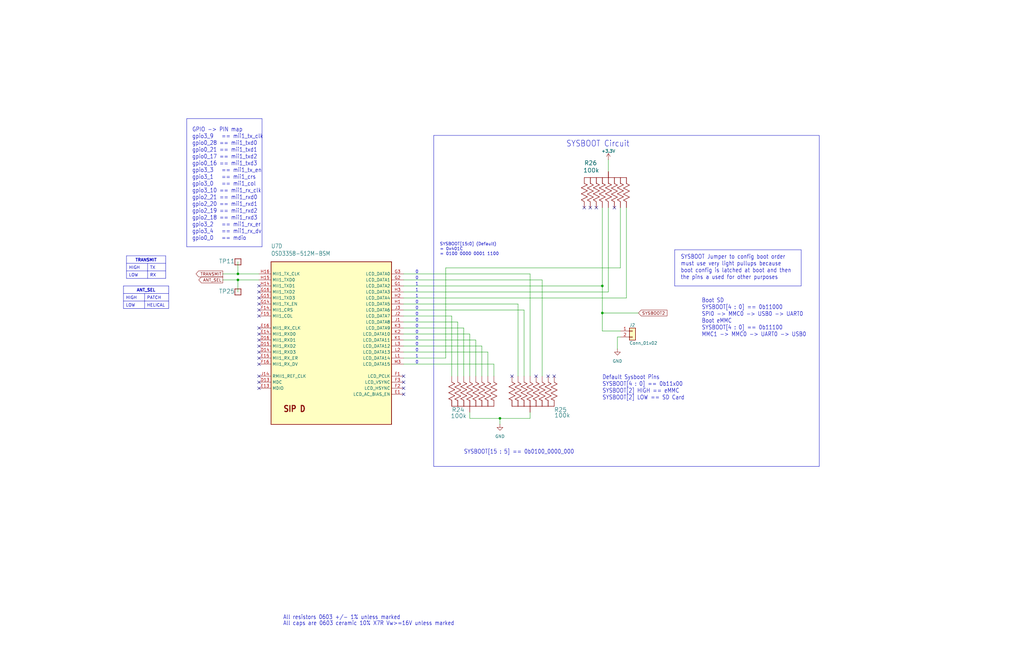
<source format=kicad_sch>
(kicad_sch (version 20250114) (generator "eeschema") (generator_version "9.0")
  (paper "B")
  (title_block (title "Oresat Live Card") (date "2025-09-15") (rev "2.1"))
  (lib_symbols
    (symbol "Connector_Generic:Conn_01x02" (pin_names (offset 1.016) (hide yes))
      (property "Reference" "J" (at 0 2.54 0))
      (property "Value" "Conn_01x02" (at 0 -5.08 0))
      (symbol "Conn_01x02_1_1"
        (pin passive line (at -5.08 0 0) (length 3.81) (name "Pin_1") (number "1"))
        (pin passive line (at -5.08 -2.54 0) (length 3.81) (name "Pin_2") (number "2"))
      )
    )
    (symbol "oresat-ics:OSD3358-512M-BSM"
      (property "Reference" "U" (at 0 87.63 0))
      (property "Value" "OSD3358-512M-BSM" (at 0 85.09 0))
      (symbol "OSD3358-512M-BSM_1_0"
        (text "GND to program EEPROM" (at -25.4 -71.12 0) (effects (font (size 1.27 1.0795)) (justify left bottom)))
        (text "SIP A" (at -20.32 17.78 0) (effects (font (size 2.54 2.159) (bold yes)) (justify left bottom)))
        (text "I2C0" (at -2.54 -60.96 900) (effects (font (size 2.54 2.159)) (justify left bottom)))
        (text "Connect together with pour" (at 5.08 -7.62 900) (effects (font (size 1.27 1.0795)) (justify left bottom)))
        (text "Connect together with pour" (at 5.08 -60.96 900) (effects (font (size 1.27 1.0795)) (justify left bottom)))
        (text "Reset" (at 5.08 -81.28 900) (effects (font (size 2.54 2.159)) (justify left bottom)))
        (text "Connect to either:\nSYS_VDD_1P8V or\nSYS_VDD3_3P3V" (at 8.89 -21.59 900) (effects (font (size 1.27 1.0795)) (justify bottom)))
        (pin power_in line (at -35.56 78.74 0) (length 5.08) (name "VIN_AC@1") (number "P10"))
        (pin power_in line (at -35.56 76.2 0) (length 5.08) (name "VIN_AC@2") (number "R10"))
        (pin power_in line (at -35.56 73.66 0) (length 5.08) (name "VIN_AC@3") (number "T10"))
        (pin power_in line (at -35.56 63.5 0) (length 5.08) (name "VIN_USB@1") (number "P9"))
        (pin power_in line (at -35.56 60.96 0) (length 5.08) (name "VIN_USB@2") (number "R9"))
        (pin power_in line (at -35.56 58.42 0) (length 5.08) (name "VIN_USB@3") (number "T9"))
        (pin power_in line (at -35.56 48.26 0) (length 5.08) (name "VIN_BAT@1") (number "P8"))
        (pin power_in line (at -35.56 45.72 0) (length 5.08) (name "VIN_BAT@2") (number "R8"))
        (pin power_in line (at -35.56 43.18 0) (length 5.08) (name "VIN_BAT@3") (number "T8"))
        (pin passive line (at -35.56 38.1 0) (length 5.08) (name "PMIC_BAT_SENSE") (number "N7"))
        (pin bidirectional line (at -35.56 35.56 0) (length 5.08) (name "PMIC_TS") (number "N6"))
        (pin bidirectional line (at -35.56 5.08 0) (length 5.08) (name "PMIC_NRESET") (number "M13"))
        (pin bidirectional line (at -35.56 -5.08 0) (length 5.08) (name "PMIC_PB_IN") (number "T11"))
        (pin input line (at -35.56 -15.24 0) (length 5.08) (name "PMIC_PWR_EN") (number "N11"))
        (pin output line (at -35.56 -17.78 0) (length 5.08) (name "PMIC_POWER_EN") (number "N10"))
        (pin output line (at -35.56 -22.86 0) (length 5.08) (name "PMIC_LDO_PGOOD") (number "N4"))
        (pin bidirectional line (at -35.56 -25.4 0) (length 5.08) (name "RTC_PWRONRSTN") (number "N5"))
        (pin output line (at -35.56 -30.48 0) (length 5.08) (name "PMIC_NWAKEUP") (number "L4"))
        (pin bidirectional line (at -35.56 -33.02 0) (length 5.08) (name "EXT_WAKEUP") (number "M4"))
        (pin output line (at -35.56 -38.1 0) (length 5.08) (name "PMIC_NINT") (number "E4"))
        (pin bidirectional line (at -35.56 -40.64 0) (length 5.08) (name "EXTINTN") (number "D4"))
        (pin bidirectional line (at -35.56 -50.8 0) (length 5.08) (name "PMIC_SCL") (number "D10"))
        (pin bidirectional line (at -35.56 -53.34 0) (length 5.08) (name "I2C0_SCL") (number "C10"))
        (pin bidirectional line (at -35.56 -60.96 0) (length 5.08) (name "PMIC_SDA") (number "D11"))
        (pin bidirectional line (at -35.56 -63.5 0) (length 5.08) (name "I2C0_SDA") (number "C11"))
        (pin bidirectional line (at -35.56 -73.66 0) (length 5.08) (name "EEPROM_WP") (number "M2"))
        (pin bidirectional line (at -35.56 -83.82 0) (length 5.08) (name "RTC_KALDO_ENN") (number "M16"))
        (pin power_out line (at 35.56 78.74 180) (length 5.08) (name "SYS_VOUT@1") (number "K6"))
        (pin power_out line (at 35.56 76.2 180) (length 5.08) (name "SYS_VOUT@2") (number "K7"))
        (pin power_out line (at 35.56 73.66 180) (length 5.08) (name "SYS_VOUT@3") (number "L6"))
        (pin power_out line (at 35.56 71.12 180) (length 5.08) (name "SYS_VOUT@4") (number "L7"))
        (pin power_out line (at 35.56 60.96 180) (length 5.08) (name "SYS_VDD1_3P3V@1") (number "F6"))
        (pin power_out line (at 35.56 58.42 180) (length 5.08) (name "SYS_VDD1_3P3V@2") (number "F7"))
        (pin power_out line (at 35.56 55.88 180) (length 5.08) (name "SYS_VDD1_3P3V@3") (number "G6"))
        (pin power_out line (at 35.56 53.34 180) (length 5.08) (name "SYS_VDD1_3P3V@4") (number "G7"))
        (pin power_out line (at 35.56 43.18 180) (length 5.08) (name "SYS_VDD2_3P3V@1") (number "F11"))
        (pin power_out line (at 35.56 40.64 180) (length 5.08) (name "SYS_VDD2_3P3V@2") (number "G11"))
        (pin power_out line (at 35.56 30.48 180) (length 5.08) (name "SYS_RTC_1P8V@1") (number "K11"))
        (pin power_out line (at 35.56 27.94 180) (length 5.08) (name "SYS_RTC_1P8V@2") (number "L11"))
        (pin power_out line (at 35.56 12.7 180) (length 5.08) (name "SYS_VDD3_3P3V@1") (number "F8"))
        (pin power_out line (at 35.56 10.16 180) (length 5.08) (name "SYS_VDD3_3P3V@2") (number "G8"))
        (pin power_out line (at 35.56 7.62 180) (length 5.08) (name "SYS_VDD3_3P3V@3") (number "H7"))
        (pin power_out line (at 35.56 5.08 180) (length 5.08) (name "SYS_VDD3_3P3V@4") (number "H8"))
        (pin power_out line (at 35.56 2.54 180) (length 5.08) (name "SYS_VDD3_3P3V@5") (number "J7"))
        (pin power_out line (at 35.56 0 180) (length 5.08) (name "SYS_VDD3_3P3V@6") (number "J8"))
        (pin power_out line (at 35.56 -2.54 180) (length 5.08) (name "SYS_VDD3_3P3V@7") (number "K8"))
        (pin power_out line (at 35.56 -5.08 180) (length 5.08) (name "SYS_VDD3_3P3V@8") (number "L8"))
        (pin power_in line (at 35.56 -15.24 180) (length 5.08) (name "VDDSHV1") (number "J9"))
        (pin power_in line (at 35.56 -17.78 180) (length 5.08) (name "VDDSHV2") (number "K9"))
        (pin power_in line (at 35.56 -20.32 180) (length 5.08) (name "VDDSHV3") (number "L9"))
        (pin power_in line (at 35.56 -22.86 180) (length 5.08) (name "VDDSHV4") (number "F9"))
        (pin power_in line (at 35.56 -25.4 180) (length 5.08) (name "VDDSHV5") (number "G9"))
        (pin power_in line (at 35.56 -27.94 180) (length 5.08) (name "VDDSHV6") (number "H9"))
        (pin power_in line (at 35.56 -38.1 180) (length 5.08) (name "SYS_VDD_1P8V@1") (number "F10"))
        (pin power_in line (at 35.56 -40.64 180) (length 5.08) (name "SYS_VDD_1P8V@2") (number "G10"))
        (pin power_in line (at 35.56 -43.18 180) (length 5.08) (name "SYS_VDD_1P8V@3") (number "H10"))
        (pin power_in line (at 35.56 -45.72 180) (length 5.08) (name "SYS_VDD_1P8V@4") (number "H11"))
        (pin power_in line (at 35.56 -48.26 180) (length 5.08) (name "SYS_VDD_1P8V@5") (number "J10"))
        (pin power_in line (at 35.56 -50.8 180) (length 5.08) (name "SYS_VDD_1P8V@6") (number "J11"))
        (pin power_in line (at 35.56 -53.34 180) (length 5.08) (name "SYS_VDD_1P8V@7") (number "K10"))
        (pin power_in line (at 35.56 -55.88 180) (length 5.08) (name "SYS_VDD_1P8V@8") (number "L10"))
        (pin output line (at 35.56 -71.12 180) (length 5.08) (name "PMIC_PGOOD") (number "N12"))
        (pin bidirectional line (at 35.56 -73.66 180) (length 5.08) (name "PWRONRSTN") (number "P11"))
        (pin bidirectional line (at 35.56 -83.82 180) (length 5.08) (name "WARMRSTN") (number "R11"))
      )
      (symbol "OSD3358-512M-BSM_2_0"
        (text "SIP B" (at -5.08 53.34 0) (effects (font (size 2.54 2.159) (bold yes)) (justify left bottom)))
        (text "XTAL" (at -2.54 30.48 900) (effects (font (size 2.54 2.159)) (justify left bottom)))
        (text "RTC" (at -2.54 0 900) (effects (font (size 2.54 2.159)) (justify left bottom)))
        (text "JTAG" (at -2.54 -25.4 900) (effects (font (size 2.54 2.159)) (justify left bottom)))
        (text "USB0" (at -2.54 -53.34 900) (effects (font (size 2.54 2.159)) (justify left bottom)))
        (text "Analog" (at 2.54 22.86 0) (effects (font (size 2.54 2.159)) (justify left bottom)))
        (text "Analog Inputs" (at 5.08 -30.48 900) (effects (font (size 2.54 2.159)) (justify left bottom)))
        (text "USB1" (at 5.08 -53.34 900) (effects (font (size 2.54 2.159)) (justify left bottom)))
        (text "Pwr & Gnd" (at 12.7 20.32 0) (effects (font (size 2.159 2.159))))
        (pin passive line (at -30.48 43.18 0) (length 5.08) (name "OSC0_IN") (number "P16"))
        (pin output line (at -30.48 27.94 0) (length 5.08) (name "OSC0_OUT") (number "N16"))
        (pin power_in line (at -30.48 22.86 0) (length 5.08) (name "OSC0_GND") (number "N15"))
        (pin passive line (at -30.48 12.7 0) (length 5.08) (name "OSC1_IN") (number "A6"))
        (pin output line (at -30.48 -2.54 0) (length 5.08) (name "OSC1_OUT") (number "A5"))
        (pin power_in line (at -30.48 -7.62 0) (length 5.08) (name "OSC1_GND") (number "B5"))
        (pin bidirectional line (at -30.48 -17.78 0) (length 5.08) (name "TDI") (number "C1"))
        (pin bidirectional line (at -30.48 -20.32 0) (length 5.08) (name "TDO") (number "C2"))
        (pin bidirectional line (at -30.48 -22.86 0) (length 5.08) (name "TCK") (number "D1"))
        (pin bidirectional line (at -30.48 -25.4 0) (length 5.08) (name "TMS") (number "D2"))
        (pin bidirectional line (at -30.48 -27.94 0) (length 5.08) (name "TRSTN") (number "D3"))
        (pin bidirectional line (at -30.48 -30.48 0) (length 5.08) (name "EMU0") (number "E2"))
        (pin bidirectional line (at -30.48 -33.02 0) (length 5.08) (name "EMU1") (number "E3"))
        (pin bidirectional line (at -30.48 -43.18 0) (length 5.08) (name "USB0_VBUS") (number "J16"))
        (pin bidirectional line (at -30.48 -45.72 0) (length 5.08) (name "USB0_DM") (number "K16"))
        (pin bidirectional line (at -30.48 -48.26 0) (length 5.08) (name "USB0_DP") (number "K15"))
        (pin bidirectional line (at -30.48 -50.8 0) (length 5.08) (name "USB0_ID") (number "K14"))
        (pin bidirectional line (at -30.48 -53.34 0) (length 5.08) (name "USB0_CE") (number "K13"))
        (pin bidirectional line (at -30.48 -55.88 0) (length 5.08) (name "USB0_DRVVBUS") (number "J15"))
        (pin power_out line (at 30.48 45.72 180) (length 5.08) (name "SYS_ADC_1P8V") (number "A7"))
        (pin power_in line (at 30.48 35.56 180) (length 5.08) (name "VREFP") (number "B7"))
        (pin power_in line (at 30.48 15.24 180) (length 5.08) (name "AGND_ADC") (number "A9"))
        (pin power_in line (at 30.48 5.08 180) (length 5.08) (name "VREFN") (number "B9"))
        (pin passive line (at 30.48 -5.08 180) (length 5.08) (name "AIN0") (number "A8"))
        (pin passive line (at 30.48 -7.62 180) (length 5.08) (name "AIN1") (number "B8"))
        (pin passive line (at 30.48 -10.16 180) (length 5.08) (name "AIN2") (number "B6"))
        (pin passive line (at 30.48 -12.7 180) (length 5.08) (name "AIN3") (number "C6"))
        (pin passive line (at 30.48 -15.24 180) (length 5.08) (name "AIN4") (number "C7"))
        (pin passive line (at 30.48 -17.78 180) (length 5.08) (name "AIN5") (number "C8"))
        (pin passive line (at 30.48 -20.32 180) (length 5.08) (name "AIN6") (number "C9"))
        (pin passive line (at 30.48 -22.86 180) (length 5.08) (name "AIN7") (number "D7"))
        (pin bidirectional line (at 30.48 -27.94 180) (length 5.08) (name "PMIC_MUX_OUT") (number "D6"))
        (pin bidirectional line (at 30.48 -33.02 180) (length 5.08) (name "PMIC_MUX_IN") (number "N13"))
        (pin bidirectional line (at 30.48 -43.18 180) (length 5.08) (name "USB1_VBUS") (number "M15"))
        (pin bidirectional line (at 30.48 -45.72 180) (length 5.08) (name "USB1_DM") (number "L16"))
        (pin bidirectional line (at 30.48 -48.26 180) (length 5.08) (name "USB1_DP") (number "L15"))
        (pin bidirectional line (at 30.48 -50.8 180) (length 5.08) (name "USB1_ID") (number "L14"))
        (pin bidirectional line (at 30.48 -53.34 180) (length 5.08) (name "USB1_CE") (number "L13"))
        (pin bidirectional line (at 30.48 -55.88 180) (length 5.08) (name "USB1_DRVVBUS") (number "M14"))
      )
      (symbol "OSD3358-512M-BSM_3_0"
        (text "SIP C" (at -5.08 53.34 0) (effects (font (size 2.54 2.159) (bold yes)) (justify left bottom)))
        (pin output line (at -30.48 55.88 0) (length 5.08) (name "UART0_TXD") (number "B12"))
        (pin input line (at -30.48 53.34 0) (length 5.08) (name "UART0_RXD") (number "A12"))
        (pin output line (at -30.48 50.8 0) (length 5.08) (name "UART0_CTSN") (number "C12"))
        (pin input line (at -30.48 48.26 0) (length 5.08) (name "UART0_RTSN") (number "C13"))
        (pin output line (at -30.48 40.64 0) (length 5.08) (name "UART1_TXD") (number "B11"))
        (pin input line (at -30.48 38.1 0) (length 5.08) (name "UART1_RXD") (number "A11"))
        (pin output line (at -30.48 35.56 0) (length 5.08) (name "UART1_CTSN") (number "B10"))
        (pin input line (at -30.48 33.02 0) (length 5.08) (name "UART1_RTSN") (number "A10"))
        (pin output line (at -30.48 25.4 0) (length 5.08) (name "SPI0_SCLK") (number "A13"))
        (pin bidirectional line (at -30.48 22.86 0) (length 5.08) (name "SPI0_D0") (number "B13"))
        (pin bidirectional line (at -30.48 20.32 0) (length 5.08) (name "SPI0_D1") (number "B14"))
        (pin bidirectional line (at -30.48 17.78 0) (length 5.08) (name "SPI0_CS0") (number "A14"))
        (pin bidirectional line (at -30.48 15.24 0) (length 5.08) (name "SPI0_CS1") (number "C14"))
        (pin output line (at -30.48 7.62 0) (length 5.08) (name "MMC0_CLK") (number "B15"))
        (pin bidirectional line (at -30.48 5.08 0) (length 5.08) (name "MMC0_CMD") (number "B16"))
        (pin bidirectional line (at -30.48 2.54 0) (length 5.08) (name "MMC0_DAT0") (number "A16"))
        (pin bidirectional line (at -30.48 0 0) (length 5.08) (name "MMC0_DAT1") (number "A15"))
        (pin bidirectional line (at -30.48 -2.54 0) (length 5.08) (name "MMC0_DAT2") (number "C16"))
        (pin bidirectional line (at -30.48 -5.08 0) (length 5.08) (name "MMC0_DAT3") (number "C15"))
        (pin bidirectional line (at -30.48 -12.7 0) (length 5.08) (name "MCASP0_ACLKX") (number "A1"))
        (pin bidirectional line (at -30.48 -15.24 0) (length 5.08) (name "MCASP0_FSX") (number "A2"))
        (pin bidirectional line (at -30.48 -17.78 0) (length 5.08) (name "MCASP0_AXR0") (number "B2"))
        (pin bidirectional line (at -30.48 -20.32 0) (length 5.08) (name "MCASP0_AHCLKR") (number "B1"))
        (pin bidirectional line (at -30.48 -22.86 0) (length 5.08) (name "MCASP0_ACLKR") (number "A3"))
        (pin bidirectional line (at -30.48 -25.4 0) (length 5.08) (name "MCASP0_FSR") (number "B3"))
        (pin bidirectional line (at -30.48 -27.94 0) (length 5.08) (name "MCASP0_AXR1") (number "C3"))
        (pin bidirectional line (at -30.48 -30.48 0) (length 5.08) (name "MCASP0_AHCLKX") (number "C4"))
        (pin bidirectional line (at -30.48 -38.1 0) (length 5.08) (name "XDMA_EVENT_INTR0") (number "A4"))
        (pin bidirectional line (at -30.48 -40.64 0) (length 5.08) (name "XDMA_EVENT_INTR1") (number "B4"))
        (pin bidirectional line (at -30.48 -43.18 0) (length 5.08) (name "ECAP0_IN_PWM0_OUT") (number "C5"))
        (pin bidirectional line (at 30.48 55.88 180) (length 5.08) (name "GPMC_CLK") (number "T7"))
        (pin bidirectional line (at 30.48 50.8 180) (length 5.08) (name "GPMC_A0") (number "T12"))
        (pin bidirectional line (at 30.48 48.26 180) (length 5.08) (name "GPMC_A1") (number "R12"))
        (pin bidirectional line (at 30.48 45.72 180) (length 5.08) (name "GPMC_A2") (number "P12"))
        (pin bidirectional line (at 30.48 43.18 180) (length 5.08) (name "GPMC_A3") (number "T13"))
        (pin bidirectional line (at 30.48 40.64 180) (length 5.08) (name "GPMC_A4") (number "R13"))
        (pin bidirectional line (at 30.48 38.1 180) (length 5.08) (name "GPMC_A5") (number "P13"))
        (pin bidirectional line (at 30.48 35.56 180) (length 5.08) (name "GPMC_A6") (number "T14"))
        (pin bidirectional line (at 30.48 33.02 180) (length 5.08) (name "GPMC_A7") (number "R14"))
        (pin bidirectional line (at 30.48 30.48 180) (length 5.08) (name "GPMC_A8") (number "P14"))
        (pin bidirectional line (at 30.48 27.94 180) (length 5.08) (name "GPMC_A9") (number "T15"))
        (pin bidirectional line (at 30.48 25.4 180) (length 5.08) (name "GPMC_A10") (number "R15"))
        (pin bidirectional line (at 30.48 22.86 180) (length 5.08) (name "GPMC_A11") (number "T16"))
        (pin bidirectional line (at 30.48 17.78 180) (length 5.08) (name "GPMC_BEN1") (number "N14"))
        (pin bidirectional line (at 30.48 15.24 180) (length 5.08) (name "GPMC_WAIT0") (number "P15"))
        (pin bidirectional line (at 30.48 12.7 180) (length 5.08) (name "GPMC_WPN") (number "R16"))
        (pin bidirectional line (at 30.48 7.62 180) (length 5.08) (name "GPMC_CSN0") (number "P3"))
        (pin bidirectional line (at 30.48 5.08 180) (length 5.08) (name "GPMC_CSN1") (number "P2"))
        (pin bidirectional line (at 30.48 2.54 180) (length 5.08) (name "GPMC_CSN2") (number "P1"))
        (pin bidirectional line (at 30.48 0 180) (length 5.08) (name "GPMC_CSN3") (number "R7"))
        (pin bidirectional line (at 30.48 -5.08 180) (length 5.08) (name "GPMC_AD0") (number "R3"))
        (pin bidirectional line (at 30.48 -7.62 180) (length 5.08) (name "GPMC_AD1") (number "R2"))
        (pin bidirectional line (at 30.48 -10.16 180) (length 5.08) (name "GPMC_AD2") (number "R1"))
        (pin bidirectional line (at 30.48 -12.7 180) (length 5.08) (name "GPMC_AD3") (number "T3"))
        (pin bidirectional line (at 30.48 -15.24 180) (length 5.08) (name "GPMC_AD4") (number "T2"))
        (pin bidirectional line (at 30.48 -17.78 180) (length 5.08) (name "GPMC_AD5") (number "T1"))
        (pin bidirectional line (at 30.48 -20.32 180) (length 5.08) (name "GPMC_AD6") (number "P4"))
        (pin bidirectional line (at 30.48 -22.86 180) (length 5.08) (name "GPMC_AD7") (number "R4"))
        (pin bidirectional line (at 30.48 -27.94 180) (length 5.08) (name "GPMC_AD8") (number "T4"))
        (pin bidirectional line (at 30.48 -30.48 180) (length 5.08) (name "GPMC_AD9") (number "P5"))
        (pin bidirectional line (at 30.48 -33.02 180) (length 5.08) (name "GPMC_AD10") (number "R5"))
        (pin bidirectional line (at 30.48 -35.56 180) (length 5.08) (name "GPMC_AD11") (number "T5"))
        (pin bidirectional line (at 30.48 -38.1 180) (length 5.08) (name "GPMC_AD12") (number "P6"))
        (pin bidirectional line (at 30.48 -40.64 180) (length 5.08) (name "GPMC_AD13") (number "R6"))
        (pin bidirectional line (at 30.48 -43.18 180) (length 5.08) (name "GPMC_AD14") (number "T6"))
        (pin bidirectional line (at 30.48 -45.72 180) (length 5.08) (name "GPMC_AD15") (number "P7"))
        (pin bidirectional line (at 30.48 -50.8 180) (length 5.08) (name "GPMC_ADVN_ALE") (number "M1"))
        (pin bidirectional line (at 30.48 -53.34 180) (length 5.08) (name "GPMC_BEN0_CLE") (number "N3"))
        (pin bidirectional line (at 30.48 -55.88 180) (length 5.08) (name "GPMC_WEN") (number "N2"))
        (pin bidirectional line (at 30.48 -58.42 180) (length 5.08) (name "GPMC_OEN_REN") (number "N1"))
      )
      (symbol "OSD3358-512M-BSM_4_0"
        (text "SIP D" (at -20.32 -30.48 0) (effects (font (size 2.54 2.159) (bold yes)) (justify left bottom)))
        (pin bidirectional line (at -30.48 27.94 0) (length 5.08) (name "MII1_TX_CLK") (number "H16"))
        (pin bidirectional line (at -30.48 25.4 0) (length 5.08) (name "MII1_TXD0") (number "H15"))
        (pin bidirectional line (at -30.48 22.86 0) (length 5.08) (name "MII1_TXD1") (number "H14"))
        (pin bidirectional line (at -30.48 20.32 0) (length 5.08) (name "MII1_TXD2") (number "G16"))
        (pin bidirectional line (at -30.48 17.78 0) (length 5.08) (name "MII1_TXD3") (number "G15"))
        (pin bidirectional line (at -30.48 15.24 0) (length 5.08) (name "MII1_TX_EN") (number "G14"))
        (pin bidirectional line (at -30.48 12.7 0) (length 5.08) (name "MII1_CRS") (number "F14"))
        (pin bidirectional line (at -30.48 10.16 0) (length 5.08) (name "MII1_COL") (number "F15"))
        (pin bidirectional line (at -30.48 5.08 0) (length 5.08) (name "MII1_RX_CLK") (number "E16"))
        (pin bidirectional line (at -30.48 2.54 0) (length 5.08) (name "MII1_RXD0") (number "E14"))
        (pin bidirectional line (at -30.48 0 0) (length 5.08) (name "MII1_RXD1") (number "D16"))
        (pin bidirectional line (at -30.48 -2.54 0) (length 5.08) (name "MII1_RXD2") (number "D15"))
        (pin bidirectional line (at -30.48 -5.08 0) (length 5.08) (name "MII1_RXD3") (number "D14"))
        (pin bidirectional line (at -30.48 -7.62 0) (length 5.08) (name "MII1_RX_ER") (number "E15"))
        (pin bidirectional line (at -30.48 -10.16 0) (length 5.08) (name "MII1_RX_DV") (number "F16"))
        (pin bidirectional line (at -30.48 -15.24 0) (length 5.08) (name "RMII1_REF_CLK") (number "J14"))
        (pin bidirectional line (at -30.48 -17.78 0) (length 5.08) (name "MDC") (number "D13"))
        (pin bidirectional line (at -30.48 -20.32 0) (length 5.08) (name "MDIO") (number "E13"))
        (pin bidirectional line (at 30.48 27.94 180) (length 5.08) (name "LCD_DATA0") (number "G3"))
        (pin bidirectional line (at 30.48 25.4 180) (length 5.08) (name "LCD_DATA1") (number "G2"))
        (pin bidirectional line (at 30.48 22.86 180) (length 5.08) (name "LCD_DATA2") (number "G1"))
        (pin bidirectional line (at 30.48 20.32 180) (length 5.08) (name "LCD_DATA3") (number "H3"))
        (pin bidirectional line (at 30.48 17.78 180) (length 5.08) (name "LCD_DATA4") (number "H2"))
        (pin bidirectional line (at 30.48 15.24 180) (length 5.08) (name "LCD_DATA5") (number "H1"))
        (pin bidirectional line (at 30.48 12.7 180) (length 5.08) (name "LCD_DATA6") (number "J3"))
        (pin bidirectional line (at 30.48 10.16 180) (length 5.08) (name "LCD_DATA7") (number "J2"))
        (pin bidirectional line (at 30.48 7.62 180) (length 5.08) (name "LCD_DATA8") (number "J1"))
        (pin bidirectional line (at 30.48 5.08 180) (length 5.08) (name "LCD_DATA9") (number "K3"))
        (pin bidirectional line (at 30.48 2.54 180) (length 5.08) (name "LCD_DATA10") (number "K2"))
        (pin bidirectional line (at 30.48 0 180) (length 5.08) (name "LCD_DATA11") (number "K1"))
        (pin bidirectional line (at 30.48 -2.54 180) (length 5.08) (name "LCD_DATA12") (number "L3"))
        (pin bidirectional line (at 30.48 -5.08 180) (length 5.08) (name "LCD_DATA13") (number "L2"))
        (pin bidirectional line (at 30.48 -7.62 180) (length 5.08) (name "LCD_DATA14") (number "L1"))
        (pin bidirectional line (at 30.48 -10.16 180) (length 5.08) (name "LCD_DATA15") (number "M3"))
        (pin bidirectional line (at 30.48 -15.24 180) (length 5.08) (name "LCD_PCLK") (number "F1"))
        (pin bidirectional line (at 30.48 -17.78 180) (length 5.08) (name "LCD_VSYNC") (number "F3"))
        (pin bidirectional line (at 30.48 -20.32 180) (length 5.08) (name "LCD_HSYNC") (number "F2"))
        (pin bidirectional line (at 30.48 -22.86 180) (length 5.08) (name "LCD_AC_BIAS_EN") (number "E1"))
      )
      (symbol "OSD3358-512M-BSM_5_0"
        (text "NOTE:  Can use pours to connect" (at -13.97 -17.78 0) (effects (font (size 1.27 1.0795)) (justify left bottom)))
        (text "DGND pads  instead of " (at -7.62 -19.05 0) (effects (font (size 1.27 1.27)) (justify left)))
        (text "a via per pad." (at -7.62 -21.59 0) (effects (font (size 1.27 1.27)) (justify left)))
        (text "SIP E" (at 0 20.32 0) (effects (font (size 2.54 2.159) (bold yes)) (justify bottom)))
        (pin power_in line (at -30.48 25.4 0) (length 5.08) (name "DGND@1") (number "D8"))
        (pin power_in line (at -30.48 22.86 0) (length 5.08) (name "DGND@2") (number "D9"))
        (pin power_in line (at -30.48 17.78 0) (length 5.08) (name "DGND@3") (number "E5"))
        (pin power_in line (at -30.48 15.24 0) (length 5.08) (name "DGND@4") (number "E6"))
        (pin power_in line (at -30.48 12.7 0) (length 5.08) (name "DGND@5") (number "E7"))
        (pin power_in line (at -30.48 10.16 0) (length 5.08) (name "DGND@6") (number "E8"))
        (pin power_in line (at -30.48 7.62 0) (length 5.08) (name "DGND@7") (number "E9"))
        (pin power_in line (at -30.48 5.08 0) (length 5.08) (name "DGND@8") (number "E10"))
        (pin power_in line (at -30.48 2.54 0) (length 5.08) (name "DGND@9") (number "E11"))
        (pin power_in line (at -30.48 0 0) (length 5.08) (name "DGND@10") (number "E12"))
        (pin power_in line (at -30.48 -5.08 0) (length 5.08) (name "DGND@11") (number "F5"))
        (pin power_in line (at -30.48 -7.62 0) (length 5.08) (name "DGND@12") (number "F12"))
        (pin power_in line (at -30.48 -12.7 0) (length 5.08) (name "DGND@13") (number "G5"))
        (pin power_in line (at -30.48 -15.24 0) (length 5.08) (name "DGND@14") (number "G12"))
        (pin power_in line (at -30.48 -20.32 0) (length 5.08) (name "DGND@15") (number "H4"))
        (pin power_in line (at -30.48 -22.86 0) (length 5.08) (name "DGND@16") (number "H5"))
        (pin power_in line (at -30.48 -25.4 0) (length 5.08) (name "DGND@17") (number "H12"))
        (pin power_in line (at -30.48 -27.94 0) (length 5.08) (name "DGND@18") (number "H13"))
        (pin power_in line (at 30.48 25.4 180) (length 5.08) (name "DGND@19") (number "J4"))
        (pin power_in line (at 30.48 22.86 180) (length 5.08) (name "DGND@20") (number "J5"))
        (pin power_in line (at 30.48 20.32 180) (length 5.08) (name "DGND@21") (number "J12"))
        (pin power_in line (at 30.48 17.78 180) (length 5.08) (name "DGND@22") (number "J13"))
        (pin power_in line (at 30.48 12.7 180) (length 5.08) (name "DGND@23") (number "K5"))
        (pin power_in line (at 30.48 10.16 180) (length 5.08) (name "DGND@24") (number "K12"))
        (pin power_in line (at 30.48 5.08 180) (length 5.08) (name "DGND@25") (number "L5"))
        (pin power_in line (at 30.48 2.54 180) (length 5.08) (name "DGND@26") (number "L12"))
        (pin power_in line (at 30.48 -2.54 180) (length 5.08) (name "DGND@27") (number "M5"))
        (pin power_in line (at 30.48 -5.08 180) (length 5.08) (name "DGND@28") (number "M6"))
        (pin power_in line (at 30.48 -7.62 180) (length 5.08) (name "DGND@29") (number "M7"))
        (pin power_in line (at 30.48 -10.16 180) (length 5.08) (name "DGND@30") (number "M8"))
        (pin power_in line (at 30.48 -12.7 180) (length 5.08) (name "DGND@31") (number "M9"))
        (pin power_in line (at 30.48 -15.24 180) (length 5.08) (name "DGND@32") (number "M10"))
        (pin power_in line (at 30.48 -17.78 180) (length 5.08) (name "DGND@33") (number "M11"))
        (pin power_in line (at 30.48 -20.32 180) (length 5.08) (name "DGND@34") (number "M12"))
        (pin power_in line (at 30.48 -25.4 180) (length 5.08) (name "DGND@35") (number "N8"))
        (pin power_in line (at 30.48 -27.94 180) (length 5.08) (name "DGND@36") (number "N9"))
      )
      (symbol "OSD3358-512M-BSM_6_0"
        (text "Test Point per " (at -10.16 7.62 0) (effects (font (size 1.27 1.27)) (justify left)))
        (text "power rail recommended" (at -10.16 5.08 0) (effects (font (size 1.27 1.27)) (justify left)))
        (text "Do Not Use" (at 0 11.43 0) (effects (font (size 1.778 1.5113)) (justify bottom)))
        (text "Do Not Connect" (at 0 -15.24 0) (effects (font (size 1.778 1.5113))))
        (text "SIP F" (at 15.24 20.32 0) (effects (font (size 2.54 2.159) (bold yes)) (justify bottom)))
        (pin power_out line (at -27.94 20.32 0) (length 5.08) (name "VDDS_DDR") (number "F4"))
        (pin power_out line (at -27.94 15.24 0) (length 5.08) (name "VDD_CORE") (number "G4"))
        (pin power_out line (at -27.94 10.16 0) (length 5.08) (name "VDD_MPU") (number "F13"))
        (pin power_out line (at -27.94 5.08 0) (length 5.08) (name "VDDS_PLL") (number "G13"))
        (pin power_out line (at -27.94 -5.08 0) (length 5.08) (name "CAP_VDD_RTC") (number "D5"))
        (pin power_out line (at -27.94 -10.16 0) (length 5.08) (name "VPP") (number "H6"))
        (pin no_connect line (at 27.94 -5.08 180) (length 5.08) (name "NC@1") (number "D12"))
        (pin no_connect line (at 27.94 -7.62 180) (length 5.08) (name "NC@2") (number "J6"))
        (pin no_connect line (at 27.94 -10.16 180) (length 5.08) (name "NC@3") (number "K4"))
      )
    )
    (symbol "oresat-misc:Test-Point-1mm-round"
      (property "Reference" "TP" (at 0 2.54 0))
      (symbol "Test-Point-1mm-round_1_0"
        (pin passive line (at 0 0 0) (length 0) (name "1") (number "1"))
      )
    )
    (symbol "oresat-passives:EXB-A10P391J"
      (property "Reference" "R" (at -17.8308 5.1308 0))
      (property "Value" "EXB-A10P391J" (at -17.6784 2.5908 0))
      (symbol "EXB-A10P391J_1_0"
        (pin passive line (at -12.7 0 0) (length 2.54) (name "11") (number "1"))
        (pin passive line (at -12.7 -2.54 0) (length 2.54) (name "99") (number "9"))
        (pin passive line (at -12.7 -5.08 0) (length 2.54) (name "22") (number "2"))
        (pin passive line (at -12.7 -7.62 0) (length 2.54) (name "88") (number "8"))
        (pin passive line (at -12.7 -10.16 0) (length 2.54) (name "33") (number "3"))
        (pin passive line (at -12.7 -12.7 0) (length 2.54) (name "77") (number "7"))
        (pin passive line (at -12.7 -15.24 0) (length 2.54) (name "44") (number "4"))
        (pin passive line (at -12.7 -17.78 0) (length 2.54) (name "66") (number "6"))
        (pin passive line (at 2.54 -10.16 180) (length 2.54) (name "55") (number "10"))
        (pin passive line (at 2.54 -10.16 180) (length 2.54) (name "55") (number "5"))
      )
    )
    (symbol "power:+3.3V" (power) (pin_numbers (hide yes)) (pin_names (offset 0) (hide yes))
      (property "Value" "+3.3V" (at 0 3.556 0))
      (symbol "+3.3V_1_1"
        (pin power_in line (at 0 0 90) (length 0) (name "~") (number "1"))
      )
    )
    (symbol "power:GND" (power) (pin_numbers (hide yes)) (pin_names (offset 0) (hide yes))
      (property "Value" "GND" (at 0 -3.81 0))
      (symbol "GND_1_1"
        (pin power_in line (at 0 0 270) (length 0) (name "~") (number "1"))
      )
    )
  )
  (text "0" (at 176.53 128.27 0) (effects (font (size 1.27 1.27)) (justify right bottom)))
  (text "1" (at 176.53 120.65 0) (effects (font (size 1.27 1.27)) (justify right bottom)))
  (text "0" (at 176.53 115.57 0) (effects (font (size 1.27 1.27)) (justify right bottom)))
  (text "0" (at 176.53 146.05 0) (effects (font (size 1.27 1.27)) (justify right bottom)))
  (text "0" (at 176.53 118.11 0) (effects (font (size 1.27 1.27)) (justify right bottom)))
  (text "0" (at 176.53 143.51 0) (effects (font (size 1.27 1.27)) (justify right bottom)))
  (text "0" (at 176.53 130.81 0) (effects (font (size 1.27 1.27)) (justify right bottom)))
  (text "1" (at 176.53 123.19 0) (effects (font (size 1.27 1.27)) (justify right bottom)))
  (text "0" (at 176.53 153.67 0) (effects (font (size 1.27 1.27)) (justify right bottom)))
  (text "GPIO -> PIN map\ngpio3_9   == mii1_tx_clk\ngpio0_28 == mii1_txd0\ngpio0_21 == mii1_txd1\ngpio0_17 == mii1_txd2\ngpio0_16 == mii1_txd3\ngpio3_3   == mii1_tx_en\ngpio3_1   == mii1_crs\ngpio3_0   == mii1_col\ngpio3_10 == mii1_rx_clk\ngpio2_21 == mii1_rxd0\ngpio2_20 == mii1_rxd1\ngpio2_19 == mii1_rxd2\ngpio2_18 == mii1_rxd3\ngpio3_2   == mii1_rx_er\ngpio3_4   == mii1_rx_dv\ngpio0_0   == mdio" (at 81.026 101.6 0) (effects (font (size 1.778 1.5113)) (justify left bottom)))
  (text "0" (at 176.53 148.59 0) (effects (font (size 1.27 1.27)) (justify right bottom)))
  (text "SYSBOOT[15 : 5] == 0b0100_0000_000" (at 195.58 191.77 0) (effects (font (size 1.778 1.5113)) (justify left bottom)))
  (text "All caps are 0603 ceramic 10% X7R Vw>=16V unless marked" (at 119.38 264.16 0) (effects (font (size 1.778 1.5113)) (justify left bottom)))
  (text "Boot SD\nSYSBOOT[4 : 0] == 0b11000\nSPI0 -> MMC0 -> USB0 -> UART0\nBoot eMMC\nSYSBOOT[4 : 0] == 0b11100\nMMC1 -> MMC0 -> UART0 -> USB0" (at 295.91 142.24 0) (effects (font (size 1.778 1.5113)) (justify left bottom)))
  (text "SYSBOOT Jumper to config boot order\nmust use very light pullups because\nboot config is latched at boot and then\nthe pins a used for other purposes" (at 287.02 118.11 0) (effects (font (size 1.778 1.5113)) (justify left bottom)))
  (text "1" (at 176.53 125.73 0) (effects (font (size 1.27 1.27)) (justify right bottom)))
  (text "0" (at 176.53 140.97 0) (effects (font (size 1.27 1.27)) (justify right bottom)))
  (text "0" (at 176.53 138.43 0) (effects (font (size 1.27 1.27)) (justify right bottom)))
  (text "SYSBOOT Circuit" (at 238.76 62.23 0) (effects (font (size 2.54 2.159)) (justify left bottom)))
  (text "All resistors 0603 +/- 1% unless marked" (at 119.38 261.62 0) (effects (font (size 1.778 1.5113)) (justify left bottom)))
  (text "Default Sysboot Pins\nSYSBOOT[4 : 0] == 0b11x00\nSYSBOOT[2] HIGH == eMMC\nSYSBOOT[2] LOW == SD Card" (at 254 168.91 0) (effects (font (size 1.778 1.5113)) (justify left bottom)))
  (text "SYSBOOT[15:0] (Default)\n= 0x401C\n= 0100 0000 0001 1100 " (at 185.42 107.95 0) (effects (font (size 1.27 1.27)) (justify left bottom)))
  (text "0" (at 176.53 135.89 0) (effects (font (size 1.27 1.27)) (justify right bottom)))
  (text "1" (at 176.53 151.13 0) (effects (font (size 1.27 1.27)) (justify right bottom)))
  (text "0" (at 176.53 133.35 0) (effects (font (size 1.27 1.27)) (justify right bottom)))
  (junction (at 100.33 118.11))
  (junction (at 254 132.08))
  (junction (at 254 120.65))
  (junction (at 100.33 115.57))
  (junction (at 210.82 176.53))
  (no_connect (at 259.08 87.63))
  (no_connect (at 248.92 87.63))
  (no_connect (at 251.46 87.63))
  (no_connect (at 233.68 158.75))
  (no_connect (at 215.9 158.75))
  (no_connect (at 226.06 158.75))
  (no_connect (at 109.22 125.73))
  (no_connect (at 109.22 128.27))
  (no_connect (at 109.22 130.81))
  (no_connect (at 109.22 163.83))
  (no_connect (at 170.18 158.75))
  (no_connect (at 170.18 161.29))
  (no_connect (at 170.18 163.83))
  (no_connect (at 170.18 166.37))
  (no_connect (at 109.22 120.65))
  (no_connect (at 109.22 123.19))
  (no_connect (at 109.22 133.35))
  (no_connect (at 109.22 138.43))
  (no_connect (at 109.22 140.97))
  (no_connect (at 109.22 143.51))
  (no_connect (at 109.22 146.05))
  (no_connect (at 109.22 148.59))
  (no_connect (at 109.22 151.13))
  (no_connect (at 109.22 153.67))
  (no_connect (at 109.22 158.75))
  (no_connect (at 109.22 161.29))
  (no_connect (at 231.14 158.75))
  (no_connect (at 246.38 87.63))
  (wire (pts (xy 254 120.65) (xy 254 132.08)))
  (wire (pts (xy 170.18 115.57) (xy 223.52 115.57)))
  (polyline (pts (xy 345.44 57.15) (xy 182.88 57.15)))
  (wire (pts (xy 210.82 176.53) (xy 223.52 176.53)))
  (polyline (pts (xy 337.82 105.41) (xy 284.48 105.41)))
  (wire (pts (xy 170.18 140.97) (xy 198.12 140.97)))
  (polyline (pts (xy 284.48 120.65) (xy 337.82 120.65)))
  (wire (pts (xy 100.33 118.11) (xy 100.33 123.19)))
  (wire (pts (xy 170.18 135.89) (xy 193.04 135.89)))
  (wire (pts (xy 190.5 158.75) (xy 190.5 133.35)))
  (wire (pts (xy 198.12 173.99) (xy 198.12 176.53)))
  (wire (pts (xy 170.18 153.67) (xy 208.28 153.67)))
  (wire (pts (xy 254 132.08) (xy 254 139.7)))
  (wire (pts (xy 170.18 146.05) (xy 203.2 146.05)))
  (wire (pts (xy 170.18 130.81) (xy 220.98 130.81)))
  (wire (pts (xy 170.18 125.73) (xy 264.16 125.73)))
  (wire (pts (xy 254 139.7) (xy 261.62 139.7)))
  (polyline (pts (xy 182.88 196.85) (xy 345.44 196.85)))
  (wire (pts (xy 254 132.08) (xy 269.24 132.08)))
  (wire (pts (xy 260.35 142.24) (xy 261.62 142.24)))
  (polyline (pts (xy 78.74 50.038) (xy 78.74 104.14)))
  (wire (pts (xy 254 120.65) (xy 254 87.63)))
  (wire (pts (xy 100.33 110.49) (xy 100.33 115.57)))
  (wire (pts (xy 170.18 138.43) (xy 195.58 138.43)))
  (wire (pts (xy 208.28 153.67) (xy 208.28 158.75)))
  (wire (pts (xy 170.18 133.35) (xy 190.5 133.35)))
  (wire (pts (xy 220.98 130.81) (xy 220.98 158.75)))
  (wire (pts (xy 100.33 118.11) (xy 109.22 118.11)))
  (wire (pts (xy 264.16 87.63) (xy 264.16 125.73)))
  (polyline (pts (xy 182.88 57.15) (xy 182.88 196.85)))
  (wire (pts (xy 170.18 118.11) (xy 228.6 118.11)))
  (polyline (pts (xy 110.49 50.038) (xy 78.74 50.038)))
  (wire (pts (xy 170.18 143.51) (xy 200.66 143.51)))
  (wire (pts (xy 187.96 113.03) (xy 187.96 151.13)))
  (wire (pts (xy 223.52 158.75) (xy 223.52 115.57)))
  (wire (pts (xy 170.18 120.65) (xy 254 120.65)))
  (wire (pts (xy 203.2 158.75) (xy 203.2 146.05)))
  (wire (pts (xy 256.54 123.19) (xy 256.54 87.63)))
  (wire (pts (xy 260.35 147.32) (xy 260.35 142.24)))
  (polyline (pts (xy 345.44 196.85) (xy 345.44 57.15)))
  (polyline (pts (xy 284.48 105.41) (xy 284.48 120.65)))
  (wire (pts (xy 198.12 176.53) (xy 210.82 176.53)))
  (wire (pts (xy 223.52 176.53) (xy 223.52 173.99)))
  (wire (pts (xy 109.22 115.57) (xy 100.33 115.57)))
  (wire (pts (xy 100.33 115.57) (xy 93.98 115.57)))
  (wire (pts (xy 198.12 158.75) (xy 198.12 140.97)))
  (polyline (pts (xy 78.74 104.14) (xy 110.49 104.14)))
  (wire (pts (xy 256.54 67.31) (xy 256.54 72.39)))
  (wire (pts (xy 170.18 148.59) (xy 205.74 148.59)))
  (wire (pts (xy 205.74 158.75) (xy 205.74 148.59)))
  (wire (pts (xy 200.66 158.75) (xy 200.66 143.51)))
  (wire (pts (xy 170.18 128.27) (xy 218.44 128.27)))
  (wire (pts (xy 193.04 158.75) (xy 193.04 135.89)))
  (wire (pts (xy 210.82 176.53) (xy 210.82 179.07)))
  (wire (pts (xy 228.6 118.11) (xy 228.6 158.75)))
  (wire (pts (xy 218.44 128.27) (xy 218.44 158.75)))
  (wire (pts (xy 261.62 113.03) (xy 261.62 87.63)))
  (wire (pts (xy 195.58 158.75) (xy 195.58 138.43)))
  (polyline (pts (xy 110.49 104.14) (xy 110.49 50.038)))
  (wire (pts (xy 170.18 123.19) (xy 256.54 123.19)))
  (polyline (pts (xy 337.82 120.65) (xy 337.82 105.41)))
  (wire (pts (xy 170.18 151.13) (xy 187.96 151.13)))
  (wire (pts (xy 187.96 113.03) (xy 261.62 113.03)))
  (wire (pts (xy 93.98 118.11) (xy 100.33 118.11)))
  (table (column_count 2) (border (external yes) (header yes)) (separators (rows yes) (cols yes)) (column_widths 8.89 10.16) (row_heights 3.175 3.175 3.175) (cells (table_cell "ANT_SEL" (at 52.07 120.65 0) (size 19.05 3.175) (margins 0.9525 0.9525 0.9525 0.9525) (span 2 1)) (table_cell "rgb(240, 240, 240)" (at 60.96 120.65 0) (size 10.16 3.175) (margins 0.9525 0.9525 0.9525 0.9525) (span 0 0)) (table_cell "HIGH" (at 52.07 123.825 0) (size 8.89 3.175) (margins 0.9525 0.9525 0.9525 0.9525) (span 1 1)) (table_cell "PATCH" (at 60.96 123.825 0) (size 10.16 3.175) (margins 0.9525 0.9525 0.9525 0.9525) (span 1 1)) (table_cell "LOW" (at 52.07 127 0) (size 8.89 3.175) (margins 0.9525 0.9525 0.9525 0.9525) (span 1 1)) (table_cell "HELICAL" (at 60.96 127 0) (size 10.16 3.175) (margins 0.9525 0.9525 0.9525 0.9525) (span 1 1))))
  (table (column_count 2) (border (external yes) (header yes)) (separators (rows yes) (cols yes)) (column_widths 8.89 7.62) (row_heights 3.175 3.175 3.175) (cells (table_cell "TRANSMIT" (at 53.34 107.95 0) (size 16.51 3.175) (margins 0.9525 0.9525 0.9525 0.9525) (span 2 1)) (table_cell "rgb(240, 240, 240)" (at 62.23 107.95 0) (size 7.62 3.175) (margins 0.9525 0.9525 0.9525 0.9525) (span 0 0)) (table_cell "HIGH" (at 53.34 111.125 0) (size 8.89 3.175) (margins 0.9525 0.9525 0.9525 0.9525) (span 1 1)) (table_cell "TX" (at 62.23 111.125 0) (size 7.62 3.175) (margins 0.9525 0.9525 0.9525 0.9525) (span 1 1)) (table_cell "LOW" (at 53.34 114.3 0) (size 8.89 3.175) (margins 0.9525 0.9525 0.9525 0.9525) (span 1 1)) (table_cell "RX" (at 62.23 114.3 0) (size 7.62 3.175) (margins 0.9525 0.9525 0.9525 0.9525) (span 1 1))))
  (global_label "TRANSMIT" (shape output) (at 93.98 115.57 180) (property "Intersheetrefs" "${INTERSHEET_REFS}" (at 82.1048 115.57 0) (effects (font (size 0.9601 0.9601)) (justify right))))
  (global_label "SYSBOOT2" (shape input) (at 269.24 132.08 0) (property "Intersheetrefs" "${INTERSHEET_REFS}" (at 281.8409 132.08 0) (effects (justify left))))
  (global_label "ANT_SEL" (shape output) (at 93.98 118.11 180) (property "Intersheetrefs" "${INTERSHEET_REFS}" (at 83.2539 118.11 0) (effects (justify right))))
  (symbol (lib_id "oresat-misc:Test-Point-1mm-round") (at 100.33 110.49 90) (unit 1)
    (property "Reference" "TP11" (at 99.06 109.22 90) (effects (font (size 1.778 1.778)) (justify left bottom)))
    (property "Value" "TEST-POINT3X4" (effects (hide yes)))
    (property "Footprint" "oresat-misc:TestPoint_Pad_D1.0mm" (effects (hide yes)))
  )
  (symbol (lib_id "oresat-misc:Test-Point-1mm-round") (at 100.33 123.19 90) (unit 1)
    (property "Reference" "TP25" (at 99.06 121.92 90) (effects (font (size 1.778 1.778)) (justify left bottom)))
    (property "Value" "TEST-POINT3X4" (effects (hide yes)))
    (property "Footprint" "oresat-misc:TestPoint_Pad_D1.0mm" (effects (hide yes)))
  )
  (symbol (lib_id "oresat-passives:EXB-A10P391J") (at 246.38 74.93 90) (unit 1)
    (property "Reference" "R26" (at 246.3292 69.7992 90) (effects (font (size 1.778 1.778)) (justify right top)))
    (property "Value" "100k" (at 252.73 70.866 90) (effects (font (size 1.778 1.778)) (justify left bottom)))
    (property "Footprint" "oresat-live-card:ARRAY_EXBA-M" (effects (hide yes)))
    (property "Description" "RES ARRAY 8 RES 100K OHM 2512" (effects (hide yes)))
    (property "MPN" "EXB-A10P104J" (effects (hide yes)))
    (property "DPN" "U7104CT-ND " (effects (hide yes)))
    (property "MFR" "Panasonic " (effects (hide yes)))
    (property "DIS" "DigiKey" (effects (hide yes)))
  )
  (symbol (lib_id "oresat-ics:OSD3358-512M-BSM") (at 139.7 143.51 0) (unit 4)
    (property "Reference" "U7" (at 114.3 102.87 0) (effects (font (size 1.778 1.5113)) (justify left top)))
    (property "Value" "OSD3358-512M-BSM" (at 114.3 107.95 0) (effects (font (size 1.778 1.5113)) (justify left bottom)))
    (property "Footprint" "oresat-ics:U-Octavo-OSD335X-BGA-256" (effects (hide yes)))
    (property "Description" "OSD335x Embedded Module 1GHz 512MB" (effects (hide yes)))
    (property "MPN" "OSD3358-512M-BSM" (effects (hide yes)))
    (property "DPN" "1676-1002-ND " (effects (hide yes)))
    (property "MFR" "Octavo Systems " (effects (hide yes)))
    (property "DIS" "DigiKey" (effects (hide yes)))
  )
  (symbol (lib_id "oresat-passives:EXB-A10P391J") (at 208.28 171.45 270) (unit 1)
    (property "Reference" "R24" (at 190.4492 173.9392 90) (effects (font (size 1.778 1.778)) (justify left bottom)))
    (property "Value" "100k" (at 189.992 176.53 90) (effects (font (size 1.778 1.778)) (justify left bottom)))
    (property "Footprint" "oresat-live-card:ARRAY_EXBA-M" (effects (hide yes)))
    (property "Description" "RES ARRAY 8 RES 100K OHM 2512" (effects (hide yes)))
    (property "MPN" "EXB-A10P104J" (effects (hide yes)))
    (property "DPN" "U7104CT-ND " (effects (hide yes)))
    (property "MFR" "Panasonic " (effects (hide yes)))
    (property "DIS" "DigiKey" (effects (hide yes)))
  )
  (symbol (lib_id "power:+3.3V") (at 256.54 67.31 0) (unit 1)
    (property "Reference" "#PWR0158" (effects (hide yes)))
    (property "Value" "+3.3V" (at 256.54 63.754 0))
    (property "Description" "Power symbol creates a global label with name \"+3.3V\"" (effects (hide yes)))
  )
  (symbol (lib_id "oresat-passives:EXB-A10P391J") (at 233.68 171.45 270) (unit 1)
    (property "Reference" "R25" (at 233.6292 173.9392 90) (effects (font (size 1.778 1.778)) (justify left bottom)))
    (property "Value" "100k" (at 233.68 176.276 90) (effects (font (size 1.778 1.778)) (justify left bottom)))
    (property "Footprint" "oresat-live-card:ARRAY_EXBA-M" (effects (hide yes)))
    (property "Description" "RES ARRAY 8 RES 100K OHM 2512" (effects (hide yes)))
    (property "MPN" "EXB-A10P104J" (effects (hide yes)))
    (property "DPN" "U7104CT-ND " (effects (hide yes)))
    (property "MFR" "Panasonic " (effects (hide yes)))
    (property "DIS" "DigiKey" (effects (hide yes)))
  )
  (symbol (lib_id "Connector_Generic:Conn_01x02") (at 266.7 139.7 0) (unit 1)
    (property "Reference" "J3" (at 265.43 137.16 0) (effects (justify left)))
    (property "Value" "Conn_01x02" (at 265.43 144.78 0) (effects (justify left)))
    (property "Footprint" "Connector_PinHeader_2.54mm:PinHeader_1x02_P2.54mm_Vertical" (effects (hide yes)))
    (property "Description" "Generic connector, single row, 01x02, script generated (kicad-library-utils/schlib/autogen/connector/)" (effects (hide yes)))
    (instances (project "oresat-gps-card" (path "" (reference "J2") (unit 1))) (project "oresat-live-card" (path "" (reference "J3") (unit 1))))
  )
  (symbol (lib_id "power:GND") (at 260.35 147.32 0) (unit 1)
    (property "Reference" "#PWR51" (effects (hide yes)))
    (property "Value" "GND" (at 260.35 152.4 0))
    (property "Description" "Power symbol creates a global label with name \"GND\" , ground" (effects (hide yes)))
  )
  (symbol (lib_id "power:GND") (at 210.82 179.07 0) (unit 1)
    (property "Reference" "#PWR50" (effects (hide yes)))
    (property "Value" "GND" (at 210.82 184.15 0))
    (property "Description" "Power symbol creates a global label with name \"GND\" , ground" (effects (hide yes)))
  )
)
</source>
